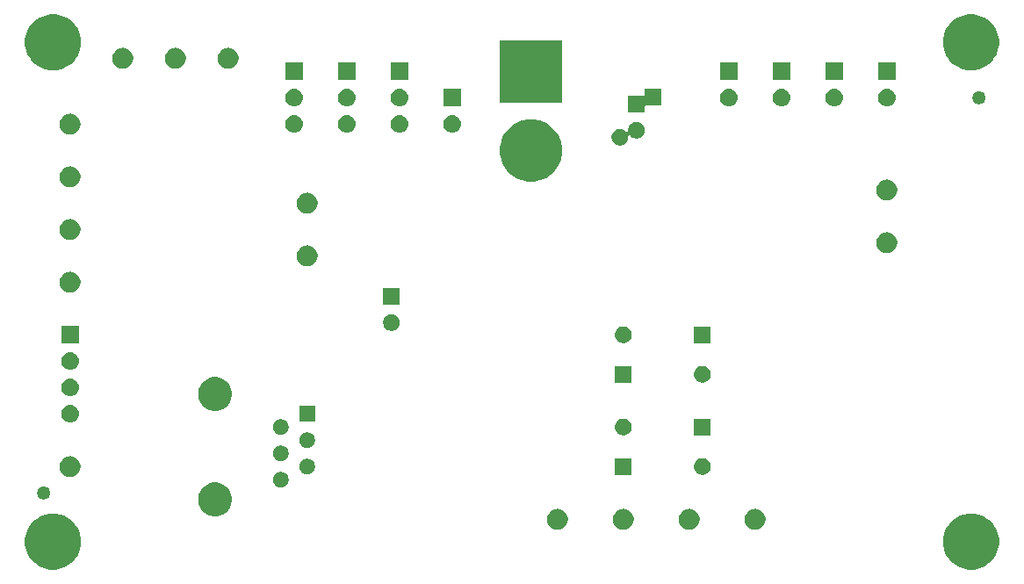
<source format=gbr>
G04 #@! TF.GenerationSoftware,KiCad,Pcbnew,5.0.2-bee76a0~70~ubuntu18.04.1*
G04 #@! TF.CreationDate,2019-06-21T19:34:52-07:00*
G04 #@! TF.ProjectId,aa-stalk-receiver-lvds,61612d73-7461-46c6-9b2d-726563656976,rev?*
G04 #@! TF.SameCoordinates,Original*
G04 #@! TF.FileFunction,Soldermask,Bot*
G04 #@! TF.FilePolarity,Negative*
%FSLAX46Y46*%
G04 Gerber Fmt 4.6, Leading zero omitted, Abs format (unit mm)*
G04 Created by KiCad (PCBNEW 5.0.2-bee76a0~70~ubuntu18.04.1) date Fri 21 Jun 2019 07:34:52 PM PDT*
%MOMM*%
%LPD*%
G01*
G04 APERTURE LIST*
%ADD10C,0.100000*%
G04 APERTURE END LIST*
D10*
G36*
X184175560Y-98622759D02*
X184626084Y-98809372D01*
X184666930Y-98826291D01*
X184686736Y-98839525D01*
X185109153Y-99121775D01*
X185485225Y-99497847D01*
X185485227Y-99497850D01*
X185509167Y-99533678D01*
X185780710Y-99940072D01*
X185984241Y-100431440D01*
X186088000Y-100953072D01*
X186088000Y-101484928D01*
X185984241Y-102006560D01*
X185780710Y-102497928D01*
X185485225Y-102940153D01*
X185109153Y-103316225D01*
X185109150Y-103316227D01*
X184666930Y-103611709D01*
X184666929Y-103611710D01*
X184666928Y-103611710D01*
X184175560Y-103815241D01*
X183653928Y-103919000D01*
X183122072Y-103919000D01*
X182600440Y-103815241D01*
X182109072Y-103611710D01*
X182109071Y-103611710D01*
X182109070Y-103611709D01*
X181666850Y-103316227D01*
X181666847Y-103316225D01*
X181290775Y-102940153D01*
X180995290Y-102497928D01*
X180791759Y-102006560D01*
X180688000Y-101484928D01*
X180688000Y-100953072D01*
X180791759Y-100431440D01*
X180995290Y-99940072D01*
X181266834Y-99533678D01*
X181290773Y-99497850D01*
X181290775Y-99497847D01*
X181666847Y-99121775D01*
X182089264Y-98839525D01*
X182109070Y-98826291D01*
X182149916Y-98809372D01*
X182600440Y-98622759D01*
X183122072Y-98519000D01*
X183653928Y-98519000D01*
X184175560Y-98622759D01*
X184175560Y-98622759D01*
G37*
G36*
X95656560Y-98622759D02*
X96107084Y-98809372D01*
X96147930Y-98826291D01*
X96167736Y-98839525D01*
X96590153Y-99121775D01*
X96966225Y-99497847D01*
X96966227Y-99497850D01*
X96990167Y-99533678D01*
X97261710Y-99940072D01*
X97465241Y-100431440D01*
X97569000Y-100953072D01*
X97569000Y-101484928D01*
X97465241Y-102006560D01*
X97261710Y-102497928D01*
X96966225Y-102940153D01*
X96590153Y-103316225D01*
X96590150Y-103316227D01*
X96147930Y-103611709D01*
X96147929Y-103611710D01*
X96147928Y-103611710D01*
X95656560Y-103815241D01*
X95134928Y-103919000D01*
X94603072Y-103919000D01*
X94081440Y-103815241D01*
X93590072Y-103611710D01*
X93590071Y-103611710D01*
X93590070Y-103611709D01*
X93147850Y-103316227D01*
X93147847Y-103316225D01*
X92771775Y-102940153D01*
X92476290Y-102497928D01*
X92272759Y-102006560D01*
X92169000Y-101484928D01*
X92169000Y-100953072D01*
X92272759Y-100431440D01*
X92476290Y-99940072D01*
X92747834Y-99533678D01*
X92771773Y-99497850D01*
X92771775Y-99497847D01*
X93147847Y-99121775D01*
X93570264Y-98839525D01*
X93590070Y-98826291D01*
X93630916Y-98809372D01*
X94081440Y-98622759D01*
X94603072Y-98519000D01*
X95134928Y-98519000D01*
X95656560Y-98622759D01*
X95656560Y-98622759D01*
G37*
G36*
X143685770Y-98075372D02*
X143801689Y-98098429D01*
X143983678Y-98173811D01*
X144147463Y-98283249D01*
X144286751Y-98422537D01*
X144396189Y-98586322D01*
X144471571Y-98768311D01*
X144510000Y-98961509D01*
X144510000Y-99158491D01*
X144471571Y-99351689D01*
X144396189Y-99533678D01*
X144286751Y-99697463D01*
X144147463Y-99836751D01*
X143983678Y-99946189D01*
X143801689Y-100021571D01*
X143685770Y-100044628D01*
X143608493Y-100060000D01*
X143411507Y-100060000D01*
X143334230Y-100044628D01*
X143218311Y-100021571D01*
X143036322Y-99946189D01*
X142872537Y-99836751D01*
X142733249Y-99697463D01*
X142623811Y-99533678D01*
X142548429Y-99351689D01*
X142510000Y-99158491D01*
X142510000Y-98961509D01*
X142548429Y-98768311D01*
X142623811Y-98586322D01*
X142733249Y-98422537D01*
X142872537Y-98283249D01*
X143036322Y-98173811D01*
X143218311Y-98098429D01*
X143334230Y-98075372D01*
X143411507Y-98060000D01*
X143608493Y-98060000D01*
X143685770Y-98075372D01*
X143685770Y-98075372D01*
G37*
G36*
X150035770Y-98075372D02*
X150151689Y-98098429D01*
X150333678Y-98173811D01*
X150497463Y-98283249D01*
X150636751Y-98422537D01*
X150746189Y-98586322D01*
X150821571Y-98768311D01*
X150860000Y-98961509D01*
X150860000Y-99158491D01*
X150821571Y-99351689D01*
X150746189Y-99533678D01*
X150636751Y-99697463D01*
X150497463Y-99836751D01*
X150333678Y-99946189D01*
X150151689Y-100021571D01*
X150035770Y-100044628D01*
X149958493Y-100060000D01*
X149761507Y-100060000D01*
X149684230Y-100044628D01*
X149568311Y-100021571D01*
X149386322Y-99946189D01*
X149222537Y-99836751D01*
X149083249Y-99697463D01*
X148973811Y-99533678D01*
X148898429Y-99351689D01*
X148860000Y-99158491D01*
X148860000Y-98961509D01*
X148898429Y-98768311D01*
X148973811Y-98586322D01*
X149083249Y-98422537D01*
X149222537Y-98283249D01*
X149386322Y-98173811D01*
X149568311Y-98098429D01*
X149684230Y-98075372D01*
X149761507Y-98060000D01*
X149958493Y-98060000D01*
X150035770Y-98075372D01*
X150035770Y-98075372D01*
G37*
G36*
X156385770Y-98075372D02*
X156501689Y-98098429D01*
X156683678Y-98173811D01*
X156847463Y-98283249D01*
X156986751Y-98422537D01*
X157096189Y-98586322D01*
X157171571Y-98768311D01*
X157210000Y-98961509D01*
X157210000Y-99158491D01*
X157171571Y-99351689D01*
X157096189Y-99533678D01*
X156986751Y-99697463D01*
X156847463Y-99836751D01*
X156683678Y-99946189D01*
X156501689Y-100021571D01*
X156385770Y-100044628D01*
X156308493Y-100060000D01*
X156111507Y-100060000D01*
X156034230Y-100044628D01*
X155918311Y-100021571D01*
X155736322Y-99946189D01*
X155572537Y-99836751D01*
X155433249Y-99697463D01*
X155323811Y-99533678D01*
X155248429Y-99351689D01*
X155210000Y-99158491D01*
X155210000Y-98961509D01*
X155248429Y-98768311D01*
X155323811Y-98586322D01*
X155433249Y-98422537D01*
X155572537Y-98283249D01*
X155736322Y-98173811D01*
X155918311Y-98098429D01*
X156034230Y-98075372D01*
X156111507Y-98060000D01*
X156308493Y-98060000D01*
X156385770Y-98075372D01*
X156385770Y-98075372D01*
G37*
G36*
X162735770Y-98075372D02*
X162851689Y-98098429D01*
X163033678Y-98173811D01*
X163197463Y-98283249D01*
X163336751Y-98422537D01*
X163446189Y-98586322D01*
X163521571Y-98768311D01*
X163560000Y-98961509D01*
X163560000Y-99158491D01*
X163521571Y-99351689D01*
X163446189Y-99533678D01*
X163336751Y-99697463D01*
X163197463Y-99836751D01*
X163033678Y-99946189D01*
X162851689Y-100021571D01*
X162735770Y-100044628D01*
X162658493Y-100060000D01*
X162461507Y-100060000D01*
X162384230Y-100044628D01*
X162268311Y-100021571D01*
X162086322Y-99946189D01*
X161922537Y-99836751D01*
X161783249Y-99697463D01*
X161673811Y-99533678D01*
X161598429Y-99351689D01*
X161560000Y-99158491D01*
X161560000Y-98961509D01*
X161598429Y-98768311D01*
X161673811Y-98586322D01*
X161783249Y-98422537D01*
X161922537Y-98283249D01*
X162086322Y-98173811D01*
X162268311Y-98098429D01*
X162384230Y-98075372D01*
X162461507Y-98060000D01*
X162658493Y-98060000D01*
X162735770Y-98075372D01*
X162735770Y-98075372D01*
G37*
G36*
X110963992Y-95587447D02*
X110963994Y-95587448D01*
X110963995Y-95587448D01*
X111259726Y-95709943D01*
X111259727Y-95709944D01*
X111525880Y-95887782D01*
X111752218Y-96114120D01*
X111752220Y-96114123D01*
X111930057Y-96380274D01*
X112052552Y-96676005D01*
X112052553Y-96676008D01*
X112102039Y-96924792D01*
X112115000Y-96989951D01*
X112115000Y-97310049D01*
X112052552Y-97623995D01*
X111930057Y-97919726D01*
X111810651Y-98098429D01*
X111752218Y-98185880D01*
X111525880Y-98412218D01*
X111525877Y-98412220D01*
X111259726Y-98590057D01*
X110963995Y-98712552D01*
X110963994Y-98712552D01*
X110963992Y-98712553D01*
X110650050Y-98775000D01*
X110329950Y-98775000D01*
X110016008Y-98712553D01*
X110016006Y-98712552D01*
X110016005Y-98712552D01*
X109720274Y-98590057D01*
X109454123Y-98412220D01*
X109454120Y-98412218D01*
X109227782Y-98185880D01*
X109169349Y-98098429D01*
X109049943Y-97919726D01*
X108927448Y-97623995D01*
X108865000Y-97310049D01*
X108865000Y-96989951D01*
X108877961Y-96924792D01*
X108927447Y-96676008D01*
X108927448Y-96676005D01*
X109049943Y-96380274D01*
X109227780Y-96114123D01*
X109227782Y-96114120D01*
X109454120Y-95887782D01*
X109720273Y-95709944D01*
X109720274Y-95709943D01*
X110016005Y-95587448D01*
X110016006Y-95587448D01*
X110016008Y-95587447D01*
X110329950Y-95525000D01*
X110650050Y-95525000D01*
X110963992Y-95587447D01*
X110963992Y-95587447D01*
G37*
G36*
X94165223Y-95909403D02*
X94280784Y-95957270D01*
X94384792Y-96026766D01*
X94473234Y-96115208D01*
X94542730Y-96219216D01*
X94590597Y-96334777D01*
X94615000Y-96457459D01*
X94615000Y-96582541D01*
X94590597Y-96705223D01*
X94542730Y-96820784D01*
X94473234Y-96924792D01*
X94384792Y-97013234D01*
X94280784Y-97082730D01*
X94165223Y-97130597D01*
X94042542Y-97155000D01*
X93917458Y-97155000D01*
X93794777Y-97130597D01*
X93679216Y-97082730D01*
X93575208Y-97013234D01*
X93486766Y-96924792D01*
X93417270Y-96820784D01*
X93369403Y-96705223D01*
X93345000Y-96582541D01*
X93345000Y-96457459D01*
X93369403Y-96334777D01*
X93417270Y-96219216D01*
X93486766Y-96115208D01*
X93575208Y-96026766D01*
X93679216Y-95957270D01*
X93794777Y-95909403D01*
X93917458Y-95885000D01*
X94042542Y-95885000D01*
X94165223Y-95909403D01*
X94165223Y-95909403D01*
G37*
G36*
X117061683Y-94519206D02*
X117199992Y-94576495D01*
X117199995Y-94576497D01*
X117307595Y-94648393D01*
X117324476Y-94659673D01*
X117430327Y-94765524D01*
X117513505Y-94890008D01*
X117570794Y-95028317D01*
X117600000Y-95175145D01*
X117600000Y-95324855D01*
X117570794Y-95471683D01*
X117513505Y-95609992D01*
X117430327Y-95734476D01*
X117324476Y-95840327D01*
X117324473Y-95840329D01*
X117324472Y-95840330D01*
X117253458Y-95887780D01*
X117199992Y-95923505D01*
X117061683Y-95980794D01*
X116914855Y-96010000D01*
X116765145Y-96010000D01*
X116618317Y-95980794D01*
X116480008Y-95923505D01*
X116426542Y-95887780D01*
X116355528Y-95840330D01*
X116355527Y-95840329D01*
X116355524Y-95840327D01*
X116249673Y-95734476D01*
X116166495Y-95609992D01*
X116109206Y-95471683D01*
X116080000Y-95324855D01*
X116080000Y-95175145D01*
X116109206Y-95028317D01*
X116166495Y-94890008D01*
X116249673Y-94765524D01*
X116355524Y-94659673D01*
X116372406Y-94648393D01*
X116480005Y-94576497D01*
X116480008Y-94576495D01*
X116618317Y-94519206D01*
X116765145Y-94490000D01*
X116914855Y-94490000D01*
X117061683Y-94519206D01*
X117061683Y-94519206D01*
G37*
G36*
X96695770Y-92995372D02*
X96811689Y-93018429D01*
X96993678Y-93093811D01*
X97157463Y-93203249D01*
X97296751Y-93342537D01*
X97406189Y-93506322D01*
X97481571Y-93688311D01*
X97520000Y-93881509D01*
X97520000Y-94078491D01*
X97481571Y-94271689D01*
X97406189Y-94453678D01*
X97296751Y-94617463D01*
X97157463Y-94756751D01*
X96993678Y-94866189D01*
X96811689Y-94941571D01*
X96695770Y-94964628D01*
X96618493Y-94980000D01*
X96421507Y-94980000D01*
X96344230Y-94964628D01*
X96228311Y-94941571D01*
X96046322Y-94866189D01*
X95882537Y-94756751D01*
X95743249Y-94617463D01*
X95633811Y-94453678D01*
X95558429Y-94271689D01*
X95520000Y-94078491D01*
X95520000Y-93881509D01*
X95558429Y-93688311D01*
X95633811Y-93506322D01*
X95743249Y-93342537D01*
X95882537Y-93203249D01*
X96046322Y-93093811D01*
X96228311Y-93018429D01*
X96344230Y-92995372D01*
X96421507Y-92980000D01*
X96618493Y-92980000D01*
X96695770Y-92995372D01*
X96695770Y-92995372D01*
G37*
G36*
X150660000Y-94780000D02*
X149060000Y-94780000D01*
X149060000Y-93180000D01*
X150660000Y-93180000D01*
X150660000Y-94780000D01*
X150660000Y-94780000D01*
G37*
G36*
X157597649Y-93187717D02*
X157636827Y-93191576D01*
X157712227Y-93214448D01*
X157787629Y-93237321D01*
X157926608Y-93311608D01*
X158048422Y-93411578D01*
X158148392Y-93533392D01*
X158222679Y-93672371D01*
X158222679Y-93672372D01*
X158268424Y-93823173D01*
X158283870Y-93980000D01*
X158274170Y-94078491D01*
X158268424Y-94136826D01*
X158222679Y-94287629D01*
X158148392Y-94426608D01*
X158048422Y-94548422D01*
X157926608Y-94648392D01*
X157787629Y-94722679D01*
X157712228Y-94745551D01*
X157636827Y-94768424D01*
X157597649Y-94772283D01*
X157519295Y-94780000D01*
X157440705Y-94780000D01*
X157362351Y-94772283D01*
X157323173Y-94768424D01*
X157247772Y-94745551D01*
X157172371Y-94722679D01*
X157033392Y-94648392D01*
X156911578Y-94548422D01*
X156811608Y-94426608D01*
X156737321Y-94287629D01*
X156691576Y-94136826D01*
X156685831Y-94078491D01*
X156676130Y-93980000D01*
X156691576Y-93823173D01*
X156737321Y-93672372D01*
X156737321Y-93672371D01*
X156811608Y-93533392D01*
X156911578Y-93411578D01*
X157033392Y-93311608D01*
X157172371Y-93237321D01*
X157247773Y-93214448D01*
X157323173Y-93191576D01*
X157362351Y-93187717D01*
X157440705Y-93180000D01*
X157519295Y-93180000D01*
X157597649Y-93187717D01*
X157597649Y-93187717D01*
G37*
G36*
X119601683Y-93249206D02*
X119739992Y-93306495D01*
X119739995Y-93306497D01*
X119793933Y-93342537D01*
X119864476Y-93389673D01*
X119970327Y-93495524D01*
X120053505Y-93620008D01*
X120110794Y-93758317D01*
X120140000Y-93905145D01*
X120140000Y-94054855D01*
X120110794Y-94201683D01*
X120053505Y-94339992D01*
X119970327Y-94464476D01*
X119864476Y-94570327D01*
X119864473Y-94570329D01*
X119864472Y-94570330D01*
X119793928Y-94617466D01*
X119739992Y-94653505D01*
X119601683Y-94710794D01*
X119454855Y-94740000D01*
X119305145Y-94740000D01*
X119158317Y-94710794D01*
X119020008Y-94653505D01*
X118966072Y-94617466D01*
X118895528Y-94570330D01*
X118895527Y-94570329D01*
X118895524Y-94570327D01*
X118789673Y-94464476D01*
X118706495Y-94339992D01*
X118649206Y-94201683D01*
X118620000Y-94054855D01*
X118620000Y-93905145D01*
X118649206Y-93758317D01*
X118706495Y-93620008D01*
X118789673Y-93495524D01*
X118895524Y-93389673D01*
X118966068Y-93342537D01*
X119020005Y-93306497D01*
X119020008Y-93306495D01*
X119158317Y-93249206D01*
X119305145Y-93220000D01*
X119454855Y-93220000D01*
X119601683Y-93249206D01*
X119601683Y-93249206D01*
G37*
G36*
X117061683Y-91979206D02*
X117199992Y-92036495D01*
X117324476Y-92119673D01*
X117430327Y-92225524D01*
X117513505Y-92350008D01*
X117570794Y-92488317D01*
X117600000Y-92635145D01*
X117600000Y-92784855D01*
X117570794Y-92931683D01*
X117513505Y-93069992D01*
X117430327Y-93194476D01*
X117324476Y-93300327D01*
X117324473Y-93300329D01*
X117324472Y-93300330D01*
X117307593Y-93311608D01*
X117199992Y-93383505D01*
X117061683Y-93440794D01*
X116914855Y-93470000D01*
X116765145Y-93470000D01*
X116618317Y-93440794D01*
X116480008Y-93383505D01*
X116372407Y-93311608D01*
X116355528Y-93300330D01*
X116355527Y-93300329D01*
X116355524Y-93300327D01*
X116249673Y-93194476D01*
X116166495Y-93069992D01*
X116109206Y-92931683D01*
X116080000Y-92784855D01*
X116080000Y-92635145D01*
X116109206Y-92488317D01*
X116166495Y-92350008D01*
X116249673Y-92225524D01*
X116355524Y-92119673D01*
X116480008Y-92036495D01*
X116618317Y-91979206D01*
X116765145Y-91950000D01*
X116914855Y-91950000D01*
X117061683Y-91979206D01*
X117061683Y-91979206D01*
G37*
G36*
X119601683Y-90709206D02*
X119739992Y-90766495D01*
X119739995Y-90766497D01*
X119847595Y-90838393D01*
X119864476Y-90849673D01*
X119970327Y-90955524D01*
X120053505Y-91080008D01*
X120110794Y-91218317D01*
X120140000Y-91365145D01*
X120140000Y-91514855D01*
X120110794Y-91661683D01*
X120053505Y-91799992D01*
X119970327Y-91924476D01*
X119864476Y-92030327D01*
X119739992Y-92113505D01*
X119601683Y-92170794D01*
X119454855Y-92200000D01*
X119305145Y-92200000D01*
X119158317Y-92170794D01*
X119020008Y-92113505D01*
X118895524Y-92030327D01*
X118789673Y-91924476D01*
X118706495Y-91799992D01*
X118649206Y-91661683D01*
X118620000Y-91514855D01*
X118620000Y-91365145D01*
X118649206Y-91218317D01*
X118706495Y-91080008D01*
X118789673Y-90955524D01*
X118895524Y-90849673D01*
X118912406Y-90838393D01*
X119020005Y-90766497D01*
X119020008Y-90766495D01*
X119158317Y-90709206D01*
X119305145Y-90680000D01*
X119454855Y-90680000D01*
X119601683Y-90709206D01*
X119601683Y-90709206D01*
G37*
G36*
X149977649Y-89377717D02*
X150016827Y-89381576D01*
X150092228Y-89404449D01*
X150167629Y-89427321D01*
X150306608Y-89501608D01*
X150428422Y-89601578D01*
X150528392Y-89723392D01*
X150602679Y-89862371D01*
X150648424Y-90013174D01*
X150663870Y-90170000D01*
X150648424Y-90326826D01*
X150602679Y-90477629D01*
X150528392Y-90616608D01*
X150428422Y-90738422D01*
X150306608Y-90838392D01*
X150167629Y-90912679D01*
X150092227Y-90935552D01*
X150016827Y-90958424D01*
X149977649Y-90962283D01*
X149899295Y-90970000D01*
X149820705Y-90970000D01*
X149742351Y-90962283D01*
X149703173Y-90958424D01*
X149627773Y-90935552D01*
X149552371Y-90912679D01*
X149413392Y-90838392D01*
X149291578Y-90738422D01*
X149191608Y-90616608D01*
X149117321Y-90477629D01*
X149071576Y-90326826D01*
X149056130Y-90170000D01*
X149071576Y-90013174D01*
X149117321Y-89862371D01*
X149191608Y-89723392D01*
X149291578Y-89601578D01*
X149413392Y-89501608D01*
X149552371Y-89427321D01*
X149627772Y-89404449D01*
X149703173Y-89381576D01*
X149742351Y-89377717D01*
X149820705Y-89370000D01*
X149899295Y-89370000D01*
X149977649Y-89377717D01*
X149977649Y-89377717D01*
G37*
G36*
X158280000Y-90970000D02*
X156680000Y-90970000D01*
X156680000Y-89370000D01*
X158280000Y-89370000D01*
X158280000Y-90970000D01*
X158280000Y-90970000D01*
G37*
G36*
X117061683Y-89439206D02*
X117199992Y-89496495D01*
X117324476Y-89579673D01*
X117430326Y-89685523D01*
X117430328Y-89685526D01*
X117430330Y-89685528D01*
X117455631Y-89723394D01*
X117513505Y-89810008D01*
X117570794Y-89948317D01*
X117600000Y-90095145D01*
X117600000Y-90244855D01*
X117570794Y-90391683D01*
X117513505Y-90529992D01*
X117430327Y-90654476D01*
X117324476Y-90760327D01*
X117199992Y-90843505D01*
X117061683Y-90900794D01*
X116914855Y-90930000D01*
X116765145Y-90930000D01*
X116618317Y-90900794D01*
X116480008Y-90843505D01*
X116355524Y-90760327D01*
X116249673Y-90654476D01*
X116166495Y-90529992D01*
X116109206Y-90391683D01*
X116080000Y-90244855D01*
X116080000Y-90095145D01*
X116109206Y-89948317D01*
X116166495Y-89810008D01*
X116224369Y-89723394D01*
X116249670Y-89685528D01*
X116249672Y-89685526D01*
X116249674Y-89685523D01*
X116355524Y-89579673D01*
X116480008Y-89496495D01*
X116618317Y-89439206D01*
X116765145Y-89410000D01*
X116914855Y-89410000D01*
X117061683Y-89439206D01*
X117061683Y-89439206D01*
G37*
G36*
X96686630Y-88062299D02*
X96846855Y-88110903D01*
X96994520Y-88189831D01*
X97123949Y-88296051D01*
X97230169Y-88425480D01*
X97309097Y-88573145D01*
X97357701Y-88733370D01*
X97374112Y-88900000D01*
X97357701Y-89066630D01*
X97309097Y-89226855D01*
X97230169Y-89374520D01*
X97123949Y-89503949D01*
X96994520Y-89610169D01*
X96846855Y-89689097D01*
X96686630Y-89737701D01*
X96561752Y-89750000D01*
X96478248Y-89750000D01*
X96353370Y-89737701D01*
X96193145Y-89689097D01*
X96045480Y-89610169D01*
X95916051Y-89503949D01*
X95809831Y-89374520D01*
X95730903Y-89226855D01*
X95682299Y-89066630D01*
X95665888Y-88900000D01*
X95682299Y-88733370D01*
X95730903Y-88573145D01*
X95809831Y-88425480D01*
X95916051Y-88296051D01*
X96045480Y-88189831D01*
X96193145Y-88110903D01*
X96353370Y-88062299D01*
X96478248Y-88050000D01*
X96561752Y-88050000D01*
X96686630Y-88062299D01*
X96686630Y-88062299D01*
G37*
G36*
X120140000Y-89660000D02*
X118620000Y-89660000D01*
X118620000Y-88140000D01*
X120140000Y-88140000D01*
X120140000Y-89660000D01*
X120140000Y-89660000D01*
G37*
G36*
X110963992Y-85427447D02*
X110963994Y-85427448D01*
X110963995Y-85427448D01*
X111259726Y-85549943D01*
X111409218Y-85649831D01*
X111525880Y-85727782D01*
X111752218Y-85954120D01*
X111752220Y-85954123D01*
X111930057Y-86220274D01*
X111987933Y-86360000D01*
X112052553Y-86516008D01*
X112115000Y-86829950D01*
X112115000Y-87150050D01*
X112105522Y-87197701D01*
X112052552Y-87463995D01*
X111930057Y-87759726D01*
X111930056Y-87759727D01*
X111752218Y-88025880D01*
X111525880Y-88252218D01*
X111525877Y-88252220D01*
X111259726Y-88430057D01*
X110963995Y-88552552D01*
X110963994Y-88552552D01*
X110963992Y-88552553D01*
X110650050Y-88615000D01*
X110329950Y-88615000D01*
X110016008Y-88552553D01*
X110016006Y-88552552D01*
X110016005Y-88552552D01*
X109720274Y-88430057D01*
X109454123Y-88252220D01*
X109454120Y-88252218D01*
X109227782Y-88025880D01*
X109049944Y-87759727D01*
X109049943Y-87759726D01*
X108927448Y-87463995D01*
X108874479Y-87197701D01*
X108865000Y-87150050D01*
X108865000Y-86829950D01*
X108927447Y-86516008D01*
X108992067Y-86360000D01*
X109049943Y-86220274D01*
X109227780Y-85954123D01*
X109227782Y-85954120D01*
X109454120Y-85727782D01*
X109570782Y-85649831D01*
X109720274Y-85549943D01*
X110016005Y-85427448D01*
X110016006Y-85427448D01*
X110016008Y-85427447D01*
X110329950Y-85365000D01*
X110650050Y-85365000D01*
X110963992Y-85427447D01*
X110963992Y-85427447D01*
G37*
G36*
X96686630Y-85522299D02*
X96846855Y-85570903D01*
X96994520Y-85649831D01*
X97123949Y-85756051D01*
X97230169Y-85885480D01*
X97309097Y-86033145D01*
X97357701Y-86193370D01*
X97374112Y-86360000D01*
X97357701Y-86526630D01*
X97309097Y-86686855D01*
X97230169Y-86834520D01*
X97123949Y-86963949D01*
X96994520Y-87070169D01*
X96846855Y-87149097D01*
X96686630Y-87197701D01*
X96561752Y-87210000D01*
X96478248Y-87210000D01*
X96353370Y-87197701D01*
X96193145Y-87149097D01*
X96045480Y-87070169D01*
X95916051Y-86963949D01*
X95809831Y-86834520D01*
X95730903Y-86686855D01*
X95682299Y-86526630D01*
X95665888Y-86360000D01*
X95682299Y-86193370D01*
X95730903Y-86033145D01*
X95809831Y-85885480D01*
X95916051Y-85756051D01*
X96045480Y-85649831D01*
X96193145Y-85570903D01*
X96353370Y-85522299D01*
X96478248Y-85510000D01*
X96561752Y-85510000D01*
X96686630Y-85522299D01*
X96686630Y-85522299D01*
G37*
G36*
X150660000Y-85890000D02*
X149060000Y-85890000D01*
X149060000Y-84290000D01*
X150660000Y-84290000D01*
X150660000Y-85890000D01*
X150660000Y-85890000D01*
G37*
G36*
X157597649Y-84297717D02*
X157636827Y-84301576D01*
X157712227Y-84324448D01*
X157787629Y-84347321D01*
X157926608Y-84421608D01*
X158048422Y-84521578D01*
X158148392Y-84643392D01*
X158222679Y-84782371D01*
X158268424Y-84933174D01*
X158283870Y-85090000D01*
X158268424Y-85246826D01*
X158222679Y-85397629D01*
X158148392Y-85536608D01*
X158048422Y-85658422D01*
X157926608Y-85758392D01*
X157787629Y-85832679D01*
X157712228Y-85855551D01*
X157636827Y-85878424D01*
X157597649Y-85882283D01*
X157519295Y-85890000D01*
X157440705Y-85890000D01*
X157362351Y-85882283D01*
X157323173Y-85878424D01*
X157247772Y-85855551D01*
X157172371Y-85832679D01*
X157033392Y-85758392D01*
X156911578Y-85658422D01*
X156811608Y-85536608D01*
X156737321Y-85397629D01*
X156691576Y-85246826D01*
X156676130Y-85090000D01*
X156691576Y-84933174D01*
X156737321Y-84782371D01*
X156811608Y-84643392D01*
X156911578Y-84521578D01*
X157033392Y-84421608D01*
X157172371Y-84347321D01*
X157247773Y-84324448D01*
X157323173Y-84301576D01*
X157362351Y-84297717D01*
X157440705Y-84290000D01*
X157519295Y-84290000D01*
X157597649Y-84297717D01*
X157597649Y-84297717D01*
G37*
G36*
X96686630Y-82982299D02*
X96846855Y-83030903D01*
X96994520Y-83109831D01*
X97123949Y-83216051D01*
X97230169Y-83345480D01*
X97309097Y-83493145D01*
X97357701Y-83653370D01*
X97374112Y-83820000D01*
X97357701Y-83986630D01*
X97309097Y-84146855D01*
X97230169Y-84294520D01*
X97123949Y-84423949D01*
X96994520Y-84530169D01*
X96846855Y-84609097D01*
X96686630Y-84657701D01*
X96561752Y-84670000D01*
X96478248Y-84670000D01*
X96353370Y-84657701D01*
X96193145Y-84609097D01*
X96045480Y-84530169D01*
X95916051Y-84423949D01*
X95809831Y-84294520D01*
X95730903Y-84146855D01*
X95682299Y-83986630D01*
X95665888Y-83820000D01*
X95682299Y-83653370D01*
X95730903Y-83493145D01*
X95809831Y-83345480D01*
X95916051Y-83216051D01*
X96045480Y-83109831D01*
X96193145Y-83030903D01*
X96353370Y-82982299D01*
X96478248Y-82970000D01*
X96561752Y-82970000D01*
X96686630Y-82982299D01*
X96686630Y-82982299D01*
G37*
G36*
X97370000Y-82130000D02*
X95670000Y-82130000D01*
X95670000Y-80430000D01*
X97370000Y-80430000D01*
X97370000Y-82130000D01*
X97370000Y-82130000D01*
G37*
G36*
X149977649Y-80487717D02*
X150016827Y-80491576D01*
X150092227Y-80514448D01*
X150167629Y-80537321D01*
X150306608Y-80611608D01*
X150428422Y-80711578D01*
X150528392Y-80833392D01*
X150602679Y-80972371D01*
X150648424Y-81123174D01*
X150663870Y-81280000D01*
X150648424Y-81436826D01*
X150602679Y-81587629D01*
X150528392Y-81726608D01*
X150428422Y-81848422D01*
X150306608Y-81948392D01*
X150167629Y-82022679D01*
X150092227Y-82045552D01*
X150016827Y-82068424D01*
X149977649Y-82072283D01*
X149899295Y-82080000D01*
X149820705Y-82080000D01*
X149742351Y-82072283D01*
X149703173Y-82068424D01*
X149627773Y-82045552D01*
X149552371Y-82022679D01*
X149413392Y-81948392D01*
X149291578Y-81848422D01*
X149191608Y-81726608D01*
X149117321Y-81587629D01*
X149071576Y-81436826D01*
X149056130Y-81280000D01*
X149071576Y-81123174D01*
X149117321Y-80972371D01*
X149191608Y-80833392D01*
X149291578Y-80711578D01*
X149413392Y-80611608D01*
X149552371Y-80537321D01*
X149627773Y-80514448D01*
X149703173Y-80491576D01*
X149742351Y-80487717D01*
X149820705Y-80480000D01*
X149899295Y-80480000D01*
X149977649Y-80487717D01*
X149977649Y-80487717D01*
G37*
G36*
X158280000Y-82080000D02*
X156680000Y-82080000D01*
X156680000Y-80480000D01*
X158280000Y-80480000D01*
X158280000Y-82080000D01*
X158280000Y-82080000D01*
G37*
G36*
X127741352Y-79327743D02*
X127886941Y-79388048D01*
X128017973Y-79475601D01*
X128129399Y-79587027D01*
X128216952Y-79718059D01*
X128277257Y-79863648D01*
X128308000Y-80018205D01*
X128308000Y-80175795D01*
X128277257Y-80330352D01*
X128216952Y-80475941D01*
X128129399Y-80606973D01*
X128017973Y-80718399D01*
X127886941Y-80805952D01*
X127741352Y-80866257D01*
X127586795Y-80897000D01*
X127429205Y-80897000D01*
X127274648Y-80866257D01*
X127129059Y-80805952D01*
X126998027Y-80718399D01*
X126886601Y-80606973D01*
X126799048Y-80475941D01*
X126738743Y-80330352D01*
X126708000Y-80175795D01*
X126708000Y-80018205D01*
X126738743Y-79863648D01*
X126799048Y-79718059D01*
X126886601Y-79587027D01*
X126998027Y-79475601D01*
X127129059Y-79388048D01*
X127274648Y-79327743D01*
X127429205Y-79297000D01*
X127586795Y-79297000D01*
X127741352Y-79327743D01*
X127741352Y-79327743D01*
G37*
G36*
X128308000Y-78397000D02*
X126708000Y-78397000D01*
X126708000Y-76797000D01*
X128308000Y-76797000D01*
X128308000Y-78397000D01*
X128308000Y-78397000D01*
G37*
G36*
X96695770Y-75215372D02*
X96811689Y-75238429D01*
X96993678Y-75313811D01*
X97157463Y-75423249D01*
X97296751Y-75562537D01*
X97406189Y-75726322D01*
X97481571Y-75908311D01*
X97520000Y-76101509D01*
X97520000Y-76298491D01*
X97481571Y-76491689D01*
X97406189Y-76673678D01*
X97296751Y-76837463D01*
X97157463Y-76976751D01*
X96993678Y-77086189D01*
X96811689Y-77161571D01*
X96695770Y-77184628D01*
X96618493Y-77200000D01*
X96421507Y-77200000D01*
X96344230Y-77184628D01*
X96228311Y-77161571D01*
X96046322Y-77086189D01*
X95882537Y-76976751D01*
X95743249Y-76837463D01*
X95633811Y-76673678D01*
X95558429Y-76491689D01*
X95520000Y-76298491D01*
X95520000Y-76101509D01*
X95558429Y-75908311D01*
X95633811Y-75726322D01*
X95743249Y-75562537D01*
X95882537Y-75423249D01*
X96046322Y-75313811D01*
X96228311Y-75238429D01*
X96344230Y-75215372D01*
X96421507Y-75200000D01*
X96618493Y-75200000D01*
X96695770Y-75215372D01*
X96695770Y-75215372D01*
G37*
G36*
X119555770Y-72675372D02*
X119671689Y-72698429D01*
X119853678Y-72773811D01*
X120017463Y-72883249D01*
X120156751Y-73022537D01*
X120266189Y-73186322D01*
X120341571Y-73368311D01*
X120380000Y-73561509D01*
X120380000Y-73758491D01*
X120341571Y-73951689D01*
X120266189Y-74133678D01*
X120156751Y-74297463D01*
X120017463Y-74436751D01*
X119853678Y-74546189D01*
X119671689Y-74621571D01*
X119555770Y-74644628D01*
X119478493Y-74660000D01*
X119281507Y-74660000D01*
X119204230Y-74644628D01*
X119088311Y-74621571D01*
X118906322Y-74546189D01*
X118742537Y-74436751D01*
X118603249Y-74297463D01*
X118493811Y-74133678D01*
X118418429Y-73951689D01*
X118380000Y-73758491D01*
X118380000Y-73561509D01*
X118418429Y-73368311D01*
X118493811Y-73186322D01*
X118603249Y-73022537D01*
X118742537Y-72883249D01*
X118906322Y-72773811D01*
X119088311Y-72698429D01*
X119204230Y-72675372D01*
X119281507Y-72660000D01*
X119478493Y-72660000D01*
X119555770Y-72675372D01*
X119555770Y-72675372D01*
G37*
G36*
X175435770Y-71405372D02*
X175551689Y-71428429D01*
X175733678Y-71503811D01*
X175897463Y-71613249D01*
X176036751Y-71752537D01*
X176146189Y-71916322D01*
X176221571Y-72098311D01*
X176260000Y-72291509D01*
X176260000Y-72488491D01*
X176221571Y-72681689D01*
X176146189Y-72863678D01*
X176036751Y-73027463D01*
X175897463Y-73166751D01*
X175733678Y-73276189D01*
X175551689Y-73351571D01*
X175435770Y-73374628D01*
X175358493Y-73390000D01*
X175161507Y-73390000D01*
X175084230Y-73374628D01*
X174968311Y-73351571D01*
X174786322Y-73276189D01*
X174622537Y-73166751D01*
X174483249Y-73027463D01*
X174373811Y-72863678D01*
X174298429Y-72681689D01*
X174260000Y-72488491D01*
X174260000Y-72291509D01*
X174298429Y-72098311D01*
X174373811Y-71916322D01*
X174483249Y-71752537D01*
X174622537Y-71613249D01*
X174786322Y-71503811D01*
X174968311Y-71428429D01*
X175084230Y-71405372D01*
X175161507Y-71390000D01*
X175358493Y-71390000D01*
X175435770Y-71405372D01*
X175435770Y-71405372D01*
G37*
G36*
X96695770Y-70135372D02*
X96811689Y-70158429D01*
X96993678Y-70233811D01*
X97157463Y-70343249D01*
X97296751Y-70482537D01*
X97406189Y-70646322D01*
X97481571Y-70828311D01*
X97520000Y-71021509D01*
X97520000Y-71218491D01*
X97481571Y-71411689D01*
X97406189Y-71593678D01*
X97296751Y-71757463D01*
X97157463Y-71896751D01*
X96993678Y-72006189D01*
X96811689Y-72081571D01*
X96695770Y-72104628D01*
X96618493Y-72120000D01*
X96421507Y-72120000D01*
X96344230Y-72104628D01*
X96228311Y-72081571D01*
X96046322Y-72006189D01*
X95882537Y-71896751D01*
X95743249Y-71757463D01*
X95633811Y-71593678D01*
X95558429Y-71411689D01*
X95520000Y-71218491D01*
X95520000Y-71021509D01*
X95558429Y-70828311D01*
X95633811Y-70646322D01*
X95743249Y-70482537D01*
X95882537Y-70343249D01*
X96046322Y-70233811D01*
X96228311Y-70158429D01*
X96344230Y-70135372D01*
X96421507Y-70120000D01*
X96618493Y-70120000D01*
X96695770Y-70135372D01*
X96695770Y-70135372D01*
G37*
G36*
X119555770Y-67595372D02*
X119671689Y-67618429D01*
X119853678Y-67693811D01*
X120017463Y-67803249D01*
X120156751Y-67942537D01*
X120266189Y-68106322D01*
X120341571Y-68288311D01*
X120380000Y-68481509D01*
X120380000Y-68678491D01*
X120341571Y-68871689D01*
X120266189Y-69053678D01*
X120156751Y-69217463D01*
X120017463Y-69356751D01*
X119853678Y-69466189D01*
X119671689Y-69541571D01*
X119555770Y-69564628D01*
X119478493Y-69580000D01*
X119281507Y-69580000D01*
X119204230Y-69564628D01*
X119088311Y-69541571D01*
X118906322Y-69466189D01*
X118742537Y-69356751D01*
X118603249Y-69217463D01*
X118493811Y-69053678D01*
X118418429Y-68871689D01*
X118380000Y-68678491D01*
X118380000Y-68481509D01*
X118418429Y-68288311D01*
X118493811Y-68106322D01*
X118603249Y-67942537D01*
X118742537Y-67803249D01*
X118906322Y-67693811D01*
X119088311Y-67618429D01*
X119204230Y-67595372D01*
X119281507Y-67580000D01*
X119478493Y-67580000D01*
X119555770Y-67595372D01*
X119555770Y-67595372D01*
G37*
G36*
X175435770Y-66325372D02*
X175551689Y-66348429D01*
X175733678Y-66423811D01*
X175897463Y-66533249D01*
X176036751Y-66672537D01*
X176146189Y-66836322D01*
X176221571Y-67018311D01*
X176260000Y-67211509D01*
X176260000Y-67408491D01*
X176221571Y-67601689D01*
X176146189Y-67783678D01*
X176036751Y-67947463D01*
X175897463Y-68086751D01*
X175733678Y-68196189D01*
X175551689Y-68271571D01*
X175435770Y-68294628D01*
X175358493Y-68310000D01*
X175161507Y-68310000D01*
X175084230Y-68294628D01*
X174968311Y-68271571D01*
X174786322Y-68196189D01*
X174622537Y-68086751D01*
X174483249Y-67947463D01*
X174373811Y-67783678D01*
X174298429Y-67601689D01*
X174260000Y-67408491D01*
X174260000Y-67211509D01*
X174298429Y-67018311D01*
X174373811Y-66836322D01*
X174483249Y-66672537D01*
X174622537Y-66533249D01*
X174786322Y-66423811D01*
X174968311Y-66348429D01*
X175084230Y-66325372D01*
X175161507Y-66310000D01*
X175358493Y-66310000D01*
X175435770Y-66325372D01*
X175435770Y-66325372D01*
G37*
G36*
X96695770Y-65055372D02*
X96811689Y-65078429D01*
X96993678Y-65153811D01*
X97157463Y-65263249D01*
X97296751Y-65402537D01*
X97406189Y-65566322D01*
X97481571Y-65748311D01*
X97520000Y-65941509D01*
X97520000Y-66138491D01*
X97481571Y-66331689D01*
X97406189Y-66513678D01*
X97296751Y-66677463D01*
X97157463Y-66816751D01*
X96993678Y-66926189D01*
X96811689Y-67001571D01*
X96695770Y-67024628D01*
X96618493Y-67040000D01*
X96421507Y-67040000D01*
X96344230Y-67024628D01*
X96228311Y-67001571D01*
X96046322Y-66926189D01*
X95882537Y-66816751D01*
X95743249Y-66677463D01*
X95633811Y-66513678D01*
X95558429Y-66331689D01*
X95520000Y-66138491D01*
X95520000Y-65941509D01*
X95558429Y-65748311D01*
X95633811Y-65566322D01*
X95743249Y-65402537D01*
X95882537Y-65263249D01*
X96046322Y-65153811D01*
X96228311Y-65078429D01*
X96344230Y-65055372D01*
X96421507Y-65040000D01*
X96618493Y-65040000D01*
X96695770Y-65055372D01*
X96695770Y-65055372D01*
G37*
G36*
X141844989Y-60615538D02*
X141844991Y-60615539D01*
X141844992Y-60615539D01*
X142390909Y-60841665D01*
X142695266Y-61045030D01*
X142882225Y-61169952D01*
X143300048Y-61587775D01*
X143300050Y-61587778D01*
X143628335Y-62079091D01*
X143785818Y-62459289D01*
X143854462Y-62625011D01*
X143969740Y-63204550D01*
X143969740Y-63795449D01*
X143854461Y-64374992D01*
X143628335Y-64920909D01*
X143628334Y-64920910D01*
X143300048Y-65412225D01*
X142882225Y-65830048D01*
X142882222Y-65830050D01*
X142390909Y-66158335D01*
X141844992Y-66384461D01*
X141844991Y-66384461D01*
X141844989Y-66384462D01*
X141265450Y-66499740D01*
X140674550Y-66499740D01*
X140095011Y-66384462D01*
X140095009Y-66384461D01*
X140095008Y-66384461D01*
X139549091Y-66158335D01*
X139057778Y-65830050D01*
X139057775Y-65830048D01*
X138639952Y-65412225D01*
X138311666Y-64920910D01*
X138311665Y-64920909D01*
X138085539Y-64374992D01*
X137970260Y-63795449D01*
X137970260Y-63204550D01*
X138085538Y-62625011D01*
X138154182Y-62459289D01*
X138311665Y-62079091D01*
X138639950Y-61587778D01*
X138639952Y-61587775D01*
X139057775Y-61169952D01*
X139244734Y-61045030D01*
X139549091Y-60841665D01*
X140095008Y-60615539D01*
X140095009Y-60615539D01*
X140095011Y-60615538D01*
X140674550Y-60500260D01*
X141265450Y-60500260D01*
X141844989Y-60615538D01*
X141844989Y-60615538D01*
G37*
G36*
X151363352Y-60785743D02*
X151508941Y-60846048D01*
X151639973Y-60933601D01*
X151751399Y-61045027D01*
X151838952Y-61176059D01*
X151899257Y-61321648D01*
X151930000Y-61476205D01*
X151930000Y-61633795D01*
X151899257Y-61788352D01*
X151838952Y-61933941D01*
X151751399Y-62064973D01*
X151639973Y-62176399D01*
X151508941Y-62263952D01*
X151363352Y-62324257D01*
X151208795Y-62355000D01*
X151051205Y-62355000D01*
X150896648Y-62324257D01*
X150751059Y-62263952D01*
X150620027Y-62176399D01*
X150543388Y-62099760D01*
X150524446Y-62084214D01*
X150502835Y-62072663D01*
X150479386Y-62065550D01*
X150455000Y-62063148D01*
X150430614Y-62065550D01*
X150407165Y-62072663D01*
X150385554Y-62084214D01*
X150366612Y-62099760D01*
X150351066Y-62118702D01*
X150339515Y-62140313D01*
X150332402Y-62163762D01*
X150330000Y-62188148D01*
X150330000Y-62304732D01*
X150299257Y-62459289D01*
X150238952Y-62604878D01*
X150151399Y-62735910D01*
X150039973Y-62847336D01*
X149908941Y-62934889D01*
X149763352Y-62995194D01*
X149608795Y-63025937D01*
X149451205Y-63025937D01*
X149296648Y-62995194D01*
X149151059Y-62934889D01*
X149020027Y-62847336D01*
X148908601Y-62735910D01*
X148821048Y-62604878D01*
X148760743Y-62459289D01*
X148730000Y-62304732D01*
X148730000Y-62147142D01*
X148760743Y-61992585D01*
X148821048Y-61846996D01*
X148908601Y-61715964D01*
X149020027Y-61604538D01*
X149151059Y-61516985D01*
X149296648Y-61456680D01*
X149451205Y-61425937D01*
X149608795Y-61425937D01*
X149763352Y-61456680D01*
X149908941Y-61516985D01*
X150039973Y-61604538D01*
X150116612Y-61681177D01*
X150135554Y-61696723D01*
X150157165Y-61708274D01*
X150180614Y-61715387D01*
X150205000Y-61717789D01*
X150229386Y-61715387D01*
X150252835Y-61708274D01*
X150274446Y-61696723D01*
X150293388Y-61681177D01*
X150308934Y-61662235D01*
X150320485Y-61640624D01*
X150327598Y-61617175D01*
X150330000Y-61592789D01*
X150330000Y-61476205D01*
X150360743Y-61321648D01*
X150421048Y-61176059D01*
X150508601Y-61045027D01*
X150620027Y-60933601D01*
X150751059Y-60846048D01*
X150896648Y-60785743D01*
X151051205Y-60755000D01*
X151208795Y-60755000D01*
X151363352Y-60785743D01*
X151363352Y-60785743D01*
G37*
G36*
X96695770Y-59975372D02*
X96811689Y-59998429D01*
X96993678Y-60073811D01*
X97157463Y-60183249D01*
X97296751Y-60322537D01*
X97406189Y-60486322D01*
X97481571Y-60668311D01*
X97498814Y-60755000D01*
X97520000Y-60861507D01*
X97520000Y-61058493D01*
X97504628Y-61135770D01*
X97481571Y-61251689D01*
X97406189Y-61433678D01*
X97296751Y-61597463D01*
X97157463Y-61736751D01*
X96993678Y-61846189D01*
X96811689Y-61921571D01*
X96695770Y-61944628D01*
X96618493Y-61960000D01*
X96421507Y-61960000D01*
X96344230Y-61944628D01*
X96228311Y-61921571D01*
X96046322Y-61846189D01*
X95882537Y-61736751D01*
X95743249Y-61597463D01*
X95633811Y-61433678D01*
X95558429Y-61251689D01*
X95535372Y-61135770D01*
X95520000Y-61058493D01*
X95520000Y-60861507D01*
X95541186Y-60755000D01*
X95558429Y-60668311D01*
X95633811Y-60486322D01*
X95743249Y-60322537D01*
X95882537Y-60183249D01*
X96046322Y-60073811D01*
X96228311Y-59998429D01*
X96344230Y-59975372D01*
X96421507Y-59960000D01*
X96618493Y-59960000D01*
X96695770Y-59975372D01*
X96695770Y-59975372D01*
G37*
G36*
X128436630Y-60122299D02*
X128596855Y-60170903D01*
X128744520Y-60249831D01*
X128873949Y-60356051D01*
X128980169Y-60485480D01*
X129059097Y-60633145D01*
X129107701Y-60793370D01*
X129124112Y-60960000D01*
X129107701Y-61126630D01*
X129059097Y-61286855D01*
X128980169Y-61434520D01*
X128873949Y-61563949D01*
X128744520Y-61670169D01*
X128596855Y-61749097D01*
X128436630Y-61797701D01*
X128311752Y-61810000D01*
X128228248Y-61810000D01*
X128103370Y-61797701D01*
X127943145Y-61749097D01*
X127795480Y-61670169D01*
X127666051Y-61563949D01*
X127559831Y-61434520D01*
X127480903Y-61286855D01*
X127432299Y-61126630D01*
X127415888Y-60960000D01*
X127432299Y-60793370D01*
X127480903Y-60633145D01*
X127559831Y-60485480D01*
X127666051Y-60356051D01*
X127795480Y-60249831D01*
X127943145Y-60170903D01*
X128103370Y-60122299D01*
X128228248Y-60110000D01*
X128311752Y-60110000D01*
X128436630Y-60122299D01*
X128436630Y-60122299D01*
G37*
G36*
X133516630Y-60122299D02*
X133676855Y-60170903D01*
X133824520Y-60249831D01*
X133953949Y-60356051D01*
X134060169Y-60485480D01*
X134139097Y-60633145D01*
X134187701Y-60793370D01*
X134204112Y-60960000D01*
X134187701Y-61126630D01*
X134139097Y-61286855D01*
X134060169Y-61434520D01*
X133953949Y-61563949D01*
X133824520Y-61670169D01*
X133676855Y-61749097D01*
X133516630Y-61797701D01*
X133391752Y-61810000D01*
X133308248Y-61810000D01*
X133183370Y-61797701D01*
X133023145Y-61749097D01*
X132875480Y-61670169D01*
X132746051Y-61563949D01*
X132639831Y-61434520D01*
X132560903Y-61286855D01*
X132512299Y-61126630D01*
X132495888Y-60960000D01*
X132512299Y-60793370D01*
X132560903Y-60633145D01*
X132639831Y-60485480D01*
X132746051Y-60356051D01*
X132875480Y-60249831D01*
X133023145Y-60170903D01*
X133183370Y-60122299D01*
X133308248Y-60110000D01*
X133391752Y-60110000D01*
X133516630Y-60122299D01*
X133516630Y-60122299D01*
G37*
G36*
X123356630Y-60122299D02*
X123516855Y-60170903D01*
X123664520Y-60249831D01*
X123793949Y-60356051D01*
X123900169Y-60485480D01*
X123979097Y-60633145D01*
X124027701Y-60793370D01*
X124044112Y-60960000D01*
X124027701Y-61126630D01*
X123979097Y-61286855D01*
X123900169Y-61434520D01*
X123793949Y-61563949D01*
X123664520Y-61670169D01*
X123516855Y-61749097D01*
X123356630Y-61797701D01*
X123231752Y-61810000D01*
X123148248Y-61810000D01*
X123023370Y-61797701D01*
X122863145Y-61749097D01*
X122715480Y-61670169D01*
X122586051Y-61563949D01*
X122479831Y-61434520D01*
X122400903Y-61286855D01*
X122352299Y-61126630D01*
X122335888Y-60960000D01*
X122352299Y-60793370D01*
X122400903Y-60633145D01*
X122479831Y-60485480D01*
X122586051Y-60356051D01*
X122715480Y-60249831D01*
X122863145Y-60170903D01*
X123023370Y-60122299D01*
X123148248Y-60110000D01*
X123231752Y-60110000D01*
X123356630Y-60122299D01*
X123356630Y-60122299D01*
G37*
G36*
X118276630Y-60122299D02*
X118436855Y-60170903D01*
X118584520Y-60249831D01*
X118713949Y-60356051D01*
X118820169Y-60485480D01*
X118899097Y-60633145D01*
X118947701Y-60793370D01*
X118964112Y-60960000D01*
X118947701Y-61126630D01*
X118899097Y-61286855D01*
X118820169Y-61434520D01*
X118713949Y-61563949D01*
X118584520Y-61670169D01*
X118436855Y-61749097D01*
X118276630Y-61797701D01*
X118151752Y-61810000D01*
X118068248Y-61810000D01*
X117943370Y-61797701D01*
X117783145Y-61749097D01*
X117635480Y-61670169D01*
X117506051Y-61563949D01*
X117399831Y-61434520D01*
X117320903Y-61286855D01*
X117272299Y-61126630D01*
X117255888Y-60960000D01*
X117272299Y-60793370D01*
X117320903Y-60633145D01*
X117399831Y-60485480D01*
X117506051Y-60356051D01*
X117635480Y-60249831D01*
X117783145Y-60170903D01*
X117943370Y-60122299D01*
X118068248Y-60110000D01*
X118151752Y-60110000D01*
X118276630Y-60122299D01*
X118276630Y-60122299D01*
G37*
G36*
X153530000Y-59184063D02*
X152055000Y-59184063D01*
X152030614Y-59186465D01*
X152007165Y-59193578D01*
X151985554Y-59205129D01*
X151966612Y-59220675D01*
X151951066Y-59239617D01*
X151939515Y-59261228D01*
X151932402Y-59284677D01*
X151930000Y-59309063D01*
X151930000Y-59855000D01*
X150330000Y-59855000D01*
X150330000Y-58255000D01*
X151805000Y-58255000D01*
X151829386Y-58252598D01*
X151852835Y-58245485D01*
X151874446Y-58233934D01*
X151893388Y-58218388D01*
X151908934Y-58199446D01*
X151920485Y-58177835D01*
X151927598Y-58154386D01*
X151930000Y-58130000D01*
X151930000Y-57584063D01*
X153530000Y-57584063D01*
X153530000Y-59184063D01*
X153530000Y-59184063D01*
G37*
G36*
X160186630Y-57582299D02*
X160346855Y-57630903D01*
X160494520Y-57709831D01*
X160623949Y-57816051D01*
X160730169Y-57945480D01*
X160809097Y-58093145D01*
X160857701Y-58253370D01*
X160874112Y-58420000D01*
X160857701Y-58586630D01*
X160809097Y-58746855D01*
X160730169Y-58894520D01*
X160623949Y-59023949D01*
X160494520Y-59130169D01*
X160346855Y-59209097D01*
X160186630Y-59257701D01*
X160061752Y-59270000D01*
X159978248Y-59270000D01*
X159853370Y-59257701D01*
X159693145Y-59209097D01*
X159545480Y-59130169D01*
X159416051Y-59023949D01*
X159309831Y-58894520D01*
X159230903Y-58746855D01*
X159182299Y-58586630D01*
X159165888Y-58420000D01*
X159182299Y-58253370D01*
X159230903Y-58093145D01*
X159309831Y-57945480D01*
X159416051Y-57816051D01*
X159545480Y-57709831D01*
X159693145Y-57630903D01*
X159853370Y-57582299D01*
X159978248Y-57570000D01*
X160061752Y-57570000D01*
X160186630Y-57582299D01*
X160186630Y-57582299D01*
G37*
G36*
X170346630Y-57582299D02*
X170506855Y-57630903D01*
X170654520Y-57709831D01*
X170783949Y-57816051D01*
X170890169Y-57945480D01*
X170969097Y-58093145D01*
X171017701Y-58253370D01*
X171034112Y-58420000D01*
X171017701Y-58586630D01*
X170969097Y-58746855D01*
X170890169Y-58894520D01*
X170783949Y-59023949D01*
X170654520Y-59130169D01*
X170506855Y-59209097D01*
X170346630Y-59257701D01*
X170221752Y-59270000D01*
X170138248Y-59270000D01*
X170013370Y-59257701D01*
X169853145Y-59209097D01*
X169705480Y-59130169D01*
X169576051Y-59023949D01*
X169469831Y-58894520D01*
X169390903Y-58746855D01*
X169342299Y-58586630D01*
X169325888Y-58420000D01*
X169342299Y-58253370D01*
X169390903Y-58093145D01*
X169469831Y-57945480D01*
X169576051Y-57816051D01*
X169705480Y-57709831D01*
X169853145Y-57630903D01*
X170013370Y-57582299D01*
X170138248Y-57570000D01*
X170221752Y-57570000D01*
X170346630Y-57582299D01*
X170346630Y-57582299D01*
G37*
G36*
X165266630Y-57582299D02*
X165426855Y-57630903D01*
X165574520Y-57709831D01*
X165703949Y-57816051D01*
X165810169Y-57945480D01*
X165889097Y-58093145D01*
X165937701Y-58253370D01*
X165954112Y-58420000D01*
X165937701Y-58586630D01*
X165889097Y-58746855D01*
X165810169Y-58894520D01*
X165703949Y-59023949D01*
X165574520Y-59130169D01*
X165426855Y-59209097D01*
X165266630Y-59257701D01*
X165141752Y-59270000D01*
X165058248Y-59270000D01*
X164933370Y-59257701D01*
X164773145Y-59209097D01*
X164625480Y-59130169D01*
X164496051Y-59023949D01*
X164389831Y-58894520D01*
X164310903Y-58746855D01*
X164262299Y-58586630D01*
X164245888Y-58420000D01*
X164262299Y-58253370D01*
X164310903Y-58093145D01*
X164389831Y-57945480D01*
X164496051Y-57816051D01*
X164625480Y-57709831D01*
X164773145Y-57630903D01*
X164933370Y-57582299D01*
X165058248Y-57570000D01*
X165141752Y-57570000D01*
X165266630Y-57582299D01*
X165266630Y-57582299D01*
G37*
G36*
X134200000Y-59270000D02*
X132500000Y-59270000D01*
X132500000Y-57570000D01*
X134200000Y-57570000D01*
X134200000Y-59270000D01*
X134200000Y-59270000D01*
G37*
G36*
X123356630Y-57582299D02*
X123516855Y-57630903D01*
X123664520Y-57709831D01*
X123793949Y-57816051D01*
X123900169Y-57945480D01*
X123979097Y-58093145D01*
X124027701Y-58253370D01*
X124044112Y-58420000D01*
X124027701Y-58586630D01*
X123979097Y-58746855D01*
X123900169Y-58894520D01*
X123793949Y-59023949D01*
X123664520Y-59130169D01*
X123516855Y-59209097D01*
X123356630Y-59257701D01*
X123231752Y-59270000D01*
X123148248Y-59270000D01*
X123023370Y-59257701D01*
X122863145Y-59209097D01*
X122715480Y-59130169D01*
X122586051Y-59023949D01*
X122479831Y-58894520D01*
X122400903Y-58746855D01*
X122352299Y-58586630D01*
X122335888Y-58420000D01*
X122352299Y-58253370D01*
X122400903Y-58093145D01*
X122479831Y-57945480D01*
X122586051Y-57816051D01*
X122715480Y-57709831D01*
X122863145Y-57630903D01*
X123023370Y-57582299D01*
X123148248Y-57570000D01*
X123231752Y-57570000D01*
X123356630Y-57582299D01*
X123356630Y-57582299D01*
G37*
G36*
X175426630Y-57582299D02*
X175586855Y-57630903D01*
X175734520Y-57709831D01*
X175863949Y-57816051D01*
X175970169Y-57945480D01*
X176049097Y-58093145D01*
X176097701Y-58253370D01*
X176114112Y-58420000D01*
X176097701Y-58586630D01*
X176049097Y-58746855D01*
X175970169Y-58894520D01*
X175863949Y-59023949D01*
X175734520Y-59130169D01*
X175586855Y-59209097D01*
X175426630Y-59257701D01*
X175301752Y-59270000D01*
X175218248Y-59270000D01*
X175093370Y-59257701D01*
X174933145Y-59209097D01*
X174785480Y-59130169D01*
X174656051Y-59023949D01*
X174549831Y-58894520D01*
X174470903Y-58746855D01*
X174422299Y-58586630D01*
X174405888Y-58420000D01*
X174422299Y-58253370D01*
X174470903Y-58093145D01*
X174549831Y-57945480D01*
X174656051Y-57816051D01*
X174785480Y-57709831D01*
X174933145Y-57630903D01*
X175093370Y-57582299D01*
X175218248Y-57570000D01*
X175301752Y-57570000D01*
X175426630Y-57582299D01*
X175426630Y-57582299D01*
G37*
G36*
X118276630Y-57582299D02*
X118436855Y-57630903D01*
X118584520Y-57709831D01*
X118713949Y-57816051D01*
X118820169Y-57945480D01*
X118899097Y-58093145D01*
X118947701Y-58253370D01*
X118964112Y-58420000D01*
X118947701Y-58586630D01*
X118899097Y-58746855D01*
X118820169Y-58894520D01*
X118713949Y-59023949D01*
X118584520Y-59130169D01*
X118436855Y-59209097D01*
X118276630Y-59257701D01*
X118151752Y-59270000D01*
X118068248Y-59270000D01*
X117943370Y-59257701D01*
X117783145Y-59209097D01*
X117635480Y-59130169D01*
X117506051Y-59023949D01*
X117399831Y-58894520D01*
X117320903Y-58746855D01*
X117272299Y-58586630D01*
X117255888Y-58420000D01*
X117272299Y-58253370D01*
X117320903Y-58093145D01*
X117399831Y-57945480D01*
X117506051Y-57816051D01*
X117635480Y-57709831D01*
X117783145Y-57630903D01*
X117943370Y-57582299D01*
X118068248Y-57570000D01*
X118151752Y-57570000D01*
X118276630Y-57582299D01*
X118276630Y-57582299D01*
G37*
G36*
X128436630Y-57582299D02*
X128596855Y-57630903D01*
X128744520Y-57709831D01*
X128873949Y-57816051D01*
X128980169Y-57945480D01*
X129059097Y-58093145D01*
X129107701Y-58253370D01*
X129124112Y-58420000D01*
X129107701Y-58586630D01*
X129059097Y-58746855D01*
X128980169Y-58894520D01*
X128873949Y-59023949D01*
X128744520Y-59130169D01*
X128596855Y-59209097D01*
X128436630Y-59257701D01*
X128311752Y-59270000D01*
X128228248Y-59270000D01*
X128103370Y-59257701D01*
X127943145Y-59209097D01*
X127795480Y-59130169D01*
X127666051Y-59023949D01*
X127559831Y-58894520D01*
X127480903Y-58746855D01*
X127432299Y-58586630D01*
X127415888Y-58420000D01*
X127432299Y-58253370D01*
X127480903Y-58093145D01*
X127559831Y-57945480D01*
X127666051Y-57816051D01*
X127795480Y-57709831D01*
X127943145Y-57630903D01*
X128103370Y-57582299D01*
X128228248Y-57570000D01*
X128311752Y-57570000D01*
X128436630Y-57582299D01*
X128436630Y-57582299D01*
G37*
G36*
X184335223Y-57809403D02*
X184450784Y-57857270D01*
X184554792Y-57926766D01*
X184643234Y-58015208D01*
X184712730Y-58119216D01*
X184760597Y-58234777D01*
X184785000Y-58357459D01*
X184785000Y-58482541D01*
X184760597Y-58605223D01*
X184712730Y-58720784D01*
X184643234Y-58824792D01*
X184554792Y-58913234D01*
X184450784Y-58982730D01*
X184335223Y-59030597D01*
X184212542Y-59055000D01*
X184087458Y-59055000D01*
X183964777Y-59030597D01*
X183849216Y-58982730D01*
X183745208Y-58913234D01*
X183656766Y-58824792D01*
X183587270Y-58720784D01*
X183539403Y-58605223D01*
X183515000Y-58482541D01*
X183515000Y-58357459D01*
X183539403Y-58234777D01*
X183587270Y-58119216D01*
X183656766Y-58015208D01*
X183745208Y-57926766D01*
X183849216Y-57857270D01*
X183964777Y-57809403D01*
X184087458Y-57785000D01*
X184212542Y-57785000D01*
X184335223Y-57809403D01*
X184335223Y-57809403D01*
G37*
G36*
X143969740Y-58879740D02*
X137970260Y-58879740D01*
X137970260Y-52880260D01*
X143969740Y-52880260D01*
X143969740Y-58879740D01*
X143969740Y-58879740D01*
G37*
G36*
X129120000Y-56730000D02*
X127420000Y-56730000D01*
X127420000Y-55030000D01*
X129120000Y-55030000D01*
X129120000Y-56730000D01*
X129120000Y-56730000D01*
G37*
G36*
X171030000Y-56730000D02*
X169330000Y-56730000D01*
X169330000Y-55030000D01*
X171030000Y-55030000D01*
X171030000Y-56730000D01*
X171030000Y-56730000D01*
G37*
G36*
X165950000Y-56730000D02*
X164250000Y-56730000D01*
X164250000Y-55030000D01*
X165950000Y-55030000D01*
X165950000Y-56730000D01*
X165950000Y-56730000D01*
G37*
G36*
X176110000Y-56730000D02*
X174410000Y-56730000D01*
X174410000Y-55030000D01*
X176110000Y-55030000D01*
X176110000Y-56730000D01*
X176110000Y-56730000D01*
G37*
G36*
X124040000Y-56730000D02*
X122340000Y-56730000D01*
X122340000Y-55030000D01*
X124040000Y-55030000D01*
X124040000Y-56730000D01*
X124040000Y-56730000D01*
G37*
G36*
X118960000Y-56730000D02*
X117260000Y-56730000D01*
X117260000Y-55030000D01*
X118960000Y-55030000D01*
X118960000Y-56730000D01*
X118960000Y-56730000D01*
G37*
G36*
X160870000Y-56730000D02*
X159170000Y-56730000D01*
X159170000Y-55030000D01*
X160870000Y-55030000D01*
X160870000Y-56730000D01*
X160870000Y-56730000D01*
G37*
G36*
X184175560Y-50489759D02*
X184626084Y-50676372D01*
X184666930Y-50693291D01*
X184686736Y-50706525D01*
X185109153Y-50988775D01*
X185485225Y-51364847D01*
X185780710Y-51807072D01*
X185984241Y-52298440D01*
X186088000Y-52820072D01*
X186088000Y-53351928D01*
X185984241Y-53873560D01*
X185822969Y-54262906D01*
X185780709Y-54364930D01*
X185549472Y-54711000D01*
X185485225Y-54807153D01*
X185109153Y-55183225D01*
X185109150Y-55183227D01*
X184666930Y-55478709D01*
X184666929Y-55478710D01*
X184666928Y-55478710D01*
X184175560Y-55682241D01*
X183653928Y-55786000D01*
X183122072Y-55786000D01*
X182600440Y-55682241D01*
X182109072Y-55478710D01*
X182109071Y-55478710D01*
X182109070Y-55478709D01*
X181666850Y-55183227D01*
X181666847Y-55183225D01*
X181290775Y-54807153D01*
X181226528Y-54711000D01*
X180995291Y-54364930D01*
X180953031Y-54262906D01*
X180791759Y-53873560D01*
X180688000Y-53351928D01*
X180688000Y-52820072D01*
X180791759Y-52298440D01*
X180995290Y-51807072D01*
X181290775Y-51364847D01*
X181666847Y-50988775D01*
X182089264Y-50706525D01*
X182109070Y-50693291D01*
X182149916Y-50676372D01*
X182600440Y-50489759D01*
X183122072Y-50386000D01*
X183653928Y-50386000D01*
X184175560Y-50489759D01*
X184175560Y-50489759D01*
G37*
G36*
X95656560Y-50489759D02*
X96107084Y-50676372D01*
X96147930Y-50693291D01*
X96167736Y-50706525D01*
X96590153Y-50988775D01*
X96966225Y-51364847D01*
X97261710Y-51807072D01*
X97465241Y-52298440D01*
X97569000Y-52820072D01*
X97569000Y-53351928D01*
X97465241Y-53873560D01*
X97303969Y-54262906D01*
X97261709Y-54364930D01*
X97030472Y-54711000D01*
X96966225Y-54807153D01*
X96590153Y-55183225D01*
X96590150Y-55183227D01*
X96147930Y-55478709D01*
X96147929Y-55478710D01*
X96147928Y-55478710D01*
X95656560Y-55682241D01*
X95134928Y-55786000D01*
X94603072Y-55786000D01*
X94081440Y-55682241D01*
X93590072Y-55478710D01*
X93590071Y-55478710D01*
X93590070Y-55478709D01*
X93147850Y-55183227D01*
X93147847Y-55183225D01*
X92771775Y-54807153D01*
X92707528Y-54711000D01*
X92476291Y-54364930D01*
X92434031Y-54262906D01*
X92272759Y-53873560D01*
X92169000Y-53351928D01*
X92169000Y-52820072D01*
X92272759Y-52298440D01*
X92476290Y-51807072D01*
X92771775Y-51364847D01*
X93147847Y-50988775D01*
X93570264Y-50706525D01*
X93590070Y-50693291D01*
X93630916Y-50676372D01*
X94081440Y-50489759D01*
X94603072Y-50386000D01*
X95134928Y-50386000D01*
X95656560Y-50489759D01*
X95656560Y-50489759D01*
G37*
G36*
X111935770Y-53625372D02*
X112051689Y-53648429D01*
X112233678Y-53723811D01*
X112397463Y-53833249D01*
X112536751Y-53972537D01*
X112646189Y-54136322D01*
X112721571Y-54318311D01*
X112730844Y-54364930D01*
X112760000Y-54511507D01*
X112760000Y-54708493D01*
X112750446Y-54756525D01*
X112721571Y-54901689D01*
X112646189Y-55083678D01*
X112536751Y-55247463D01*
X112397463Y-55386751D01*
X112233678Y-55496189D01*
X112051689Y-55571571D01*
X111935770Y-55594628D01*
X111858493Y-55610000D01*
X111661507Y-55610000D01*
X111584230Y-55594628D01*
X111468311Y-55571571D01*
X111286322Y-55496189D01*
X111122537Y-55386751D01*
X110983249Y-55247463D01*
X110873811Y-55083678D01*
X110798429Y-54901689D01*
X110769554Y-54756525D01*
X110760000Y-54708493D01*
X110760000Y-54511507D01*
X110789156Y-54364930D01*
X110798429Y-54318311D01*
X110873811Y-54136322D01*
X110983249Y-53972537D01*
X111122537Y-53833249D01*
X111286322Y-53723811D01*
X111468311Y-53648429D01*
X111584230Y-53625372D01*
X111661507Y-53610000D01*
X111858493Y-53610000D01*
X111935770Y-53625372D01*
X111935770Y-53625372D01*
G37*
G36*
X106855770Y-53625372D02*
X106971689Y-53648429D01*
X107153678Y-53723811D01*
X107317463Y-53833249D01*
X107456751Y-53972537D01*
X107566189Y-54136322D01*
X107641571Y-54318311D01*
X107650844Y-54364930D01*
X107680000Y-54511507D01*
X107680000Y-54708493D01*
X107670446Y-54756525D01*
X107641571Y-54901689D01*
X107566189Y-55083678D01*
X107456751Y-55247463D01*
X107317463Y-55386751D01*
X107153678Y-55496189D01*
X106971689Y-55571571D01*
X106855770Y-55594628D01*
X106778493Y-55610000D01*
X106581507Y-55610000D01*
X106504230Y-55594628D01*
X106388311Y-55571571D01*
X106206322Y-55496189D01*
X106042537Y-55386751D01*
X105903249Y-55247463D01*
X105793811Y-55083678D01*
X105718429Y-54901689D01*
X105689554Y-54756525D01*
X105680000Y-54708493D01*
X105680000Y-54511507D01*
X105709156Y-54364930D01*
X105718429Y-54318311D01*
X105793811Y-54136322D01*
X105903249Y-53972537D01*
X106042537Y-53833249D01*
X106206322Y-53723811D01*
X106388311Y-53648429D01*
X106504230Y-53625372D01*
X106581507Y-53610000D01*
X106778493Y-53610000D01*
X106855770Y-53625372D01*
X106855770Y-53625372D01*
G37*
G36*
X101775770Y-53625372D02*
X101891689Y-53648429D01*
X102073678Y-53723811D01*
X102237463Y-53833249D01*
X102376751Y-53972537D01*
X102486189Y-54136322D01*
X102561571Y-54318311D01*
X102570844Y-54364930D01*
X102600000Y-54511507D01*
X102600000Y-54708493D01*
X102590446Y-54756525D01*
X102561571Y-54901689D01*
X102486189Y-55083678D01*
X102376751Y-55247463D01*
X102237463Y-55386751D01*
X102073678Y-55496189D01*
X101891689Y-55571571D01*
X101775770Y-55594628D01*
X101698493Y-55610000D01*
X101501507Y-55610000D01*
X101424230Y-55594628D01*
X101308311Y-55571571D01*
X101126322Y-55496189D01*
X100962537Y-55386751D01*
X100823249Y-55247463D01*
X100713811Y-55083678D01*
X100638429Y-54901689D01*
X100609554Y-54756525D01*
X100600000Y-54708493D01*
X100600000Y-54511507D01*
X100629156Y-54364930D01*
X100638429Y-54318311D01*
X100713811Y-54136322D01*
X100823249Y-53972537D01*
X100962537Y-53833249D01*
X101126322Y-53723811D01*
X101308311Y-53648429D01*
X101424230Y-53625372D01*
X101501507Y-53610000D01*
X101698493Y-53610000D01*
X101775770Y-53625372D01*
X101775770Y-53625372D01*
G37*
M02*

</source>
